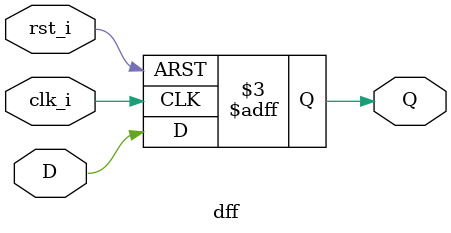
<source format=v>

module dff (
    // OUTPUTS
    output reg Q

    // INPUTS
    ,input D
    ,input clk_i
    ,input rst_i
    );

    always @(posedge clk_i, negedge rst_i)
        if (!rst_i) Q <= 1'b0; else Q <= D;
endmodule

</source>
